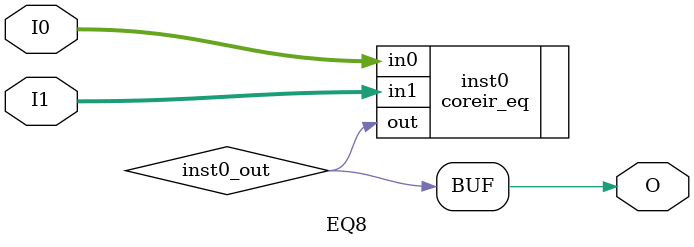
<source format=v>
module EQ8 (input [7:0] I0, input [7:0] I1, output  O);
wire  inst0_out;
coreir_eq inst0 (.in0(I0), .in1(I1), .out(inst0_out));
assign O = inst0_out;
endmodule


</source>
